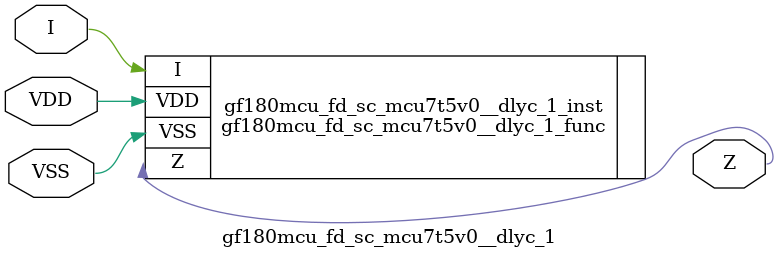
<source format=v>

module gf180mcu_fd_sc_mcu7t5v0__dlyc_1( I, Z, VDD, VSS );
input I;
inout VDD, VSS;
output Z;

   `ifdef FUNCTIONAL  //  functional //

	gf180mcu_fd_sc_mcu7t5v0__dlyc_1_func gf180mcu_fd_sc_mcu7t5v0__dlyc_1_behav_inst(.I(I),.Z(Z),.VDD(VDD),.VSS(VSS));

   `else

	gf180mcu_fd_sc_mcu7t5v0__dlyc_1_func gf180mcu_fd_sc_mcu7t5v0__dlyc_1_inst(.I(I),.Z(Z),.VDD(VDD),.VSS(VSS));

	// spec_gates_begin


	// spec_gates_end



   specify

	// specify_block_begin

	// comb arc I --> Z
	 (I => Z) = (1.0,1.0);

	// specify_block_end

   endspecify

   `endif

endmodule

</source>
